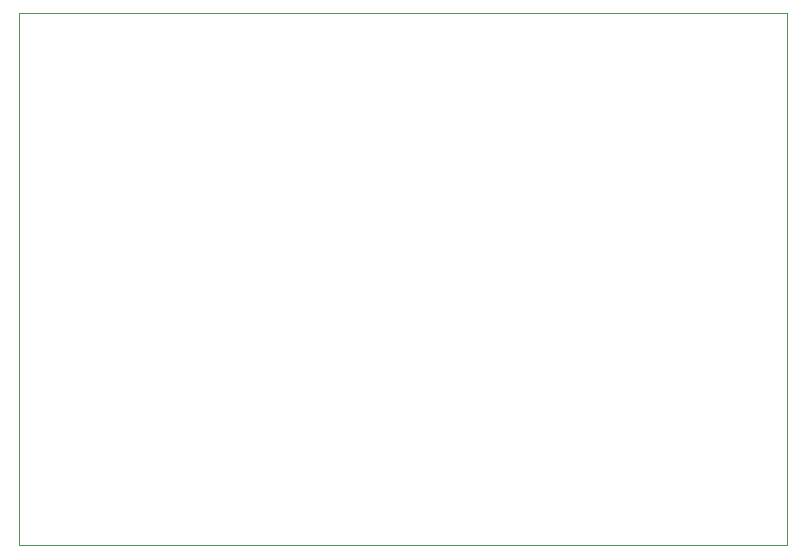
<source format=gbr>
G04 #@! TF.FileFunction,Profile,NP*
%FSLAX46Y46*%
G04 Gerber Fmt 4.6, Leading zero omitted, Abs format (unit mm)*
G04 Created by KiCad (PCBNEW 4.0.6) date 2017 July 16, Sunday 00:23:12*
%MOMM*%
%LPD*%
G01*
G04 APERTURE LIST*
%ADD10C,0.100000*%
%ADD11C,0.010000*%
G04 APERTURE END LIST*
D10*
D11*
X268000000Y-107200000D02*
X203000000Y-107200000D01*
X268000000Y-152200000D02*
X268000000Y-107200000D01*
X203000000Y-152200000D02*
X268000000Y-152200000D01*
X203000000Y-107200000D02*
X203000000Y-152200000D01*
M02*

</source>
